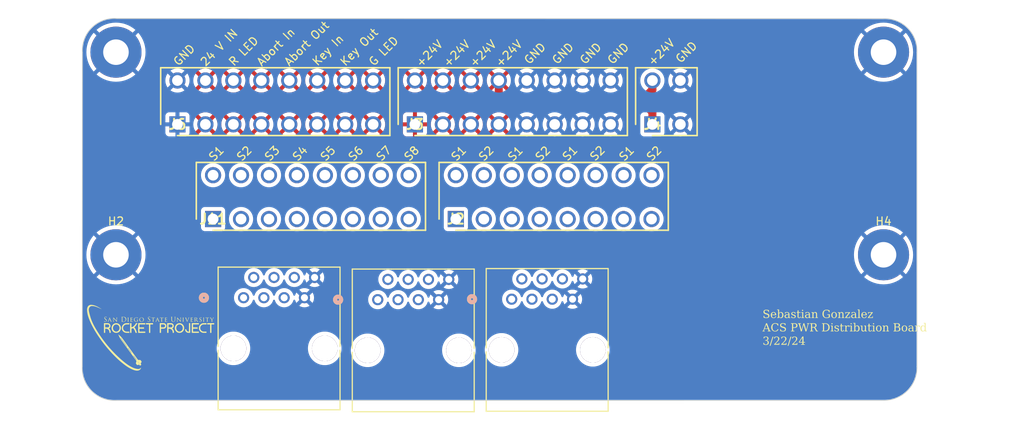
<source format=kicad_pcb>
(kicad_pcb (version 20221018) (generator pcbnew)
  (layers (0 "F.Cu" signal) (31 "B.Cu" power) (34 "B.Paste" user) (35 "F.Paste" user) (36 "B.SilkS" user "B.Silkscreen") (37 "F.SilkS" user "F.Silkscreen") (38 "B.Mask" user) (39 "F.Mask" user) (44 "Edge.Cuts" user))
  (net 0 "")
  (net 1 "Switch9")
  (net 2 "Switch10")
  (net 3 "Switch11")
  (net 4 "Switch12")
  (net 5 "Switch1")
  (net 6 "Switch2")
  (net 7 "Switch3")
  (net 8 "Switch7")
  (net 9 "Switch8")
  (net 10 "GND")
  (net 11 "Switch4")
  (net 12 "Switch5")
  (net 13 "Switch6")
  (net 14 "Switch13")
  (net 15 "Switch14")
  (net 16 "Switch15")
  (net 17 "Switch16")
  (net 20 "Abort In")
  (net 21 "Abort Out")
  (net 22 "+24V")
  (footprint "EthernetConn:CONN_MTJ-889X1_ADM" (layer "F.Cu") (at 138.7499 119.3146)
    (fp_text reference "J8" hide)
    (fp_text value "MTJ-889X1")
    (pad "1" thru_hole circle (at 0 0) (size 1.397 1.397) (drill 0.889) (layers "*.Cu" "*.Mask") (net 14 "Switch13"))
    (pad "2" thru_hole circle (at 1.27 -2.54) (size 1.397 1.397) (drill 0.889) (layers "*.Cu" "*.Mask") (net 15 "Switch14"))
    (pad "3" thru_hole circle (at 2.54 0) (size 1.397 1.397) (drill 0.889) (layers "*.Cu" "*.Mask") (net 16 "Switch15"))
    (pad "4" thru_hole circle (at 3.81 -2.54) (size 1.397 1.397) (drill 0.889) (layers "*.Cu" "*.Mask") (net 17 "Switch16"))
    (pad "5" thru_hole circle (at 5.08 0) (size 1.397 1.397) (drill 0.889) (layers "*.Cu" "*.Mask"))
    (pad "6" thru_hole circle (at 6.35 -2.54) (size 1.397 1.397) (drill 0.889) (layers "*.Cu" "*.Mask"))
    (pad "7" thru_hole circle (at 7.62 0) (size 1.397 1.397) (drill 0.889) (layers "*.Cu" "*.Mask") (net 10 "GND"))
    (pad "8" thru_hole circle (at 8.89 -2.54) (size 1.397 1.397) (drill 0.889) (layers "*.Cu" "*.Mask") (net 10 "GND"))
    (pad "9" thru_hole circle (at -1.27 6.35) (size 3.2004 3.2004) (drill 3.2004) (layers "*.Cu" "*.Mask"))
    (pad "10" thru_hole circle (at 10.16 6.35) (size 3.2004 3.2004) (drill 3.2004) (layers "*.Cu" "*.Mask"))
  )
  (footprint "MountingHole:MountingHole_3.2mm_M3_Pad_TopBottom" (layer "F.Cu") (at 185.31 113.75)
    (fp_text reference "H4" (at 0 -4.2) (layer "F.SilkS"))
    (fp_text value "MountingHole_Pad" hide)
    (pad "1" thru_hole circle (at 0 0) (size 3.6 3.6) (drill 3.2) (layers "*.Cu" "*.Mask") (net 10 "GND"))
    (pad "1" connect circle (at 0 0) (size 6.4 6.4) (layers "F.Cu" "F.Mask") (net 10 "GND"))
    (pad "1" connect circle (at 0 0) (size 6.4 6.4) (layers "B.Cu" "B.Mask") (net 10 "GND"))
  )
  (footprint "MountingHole:MountingHole_3.2mm_M3_Pad_TopBottom" (layer "F.Cu") (at 89.2 88.35)
    (fp_text reference "H1" hide)
    (fp_text value "MountingHole_Pad" hide)
    (pad "1" thru_hole circle (at 0 0) (size 3.6 3.6) (drill 3.2) (layers "*.Cu" "*.Mask") (net 10 "GND"))
    (pad "1" connect circle (at 0 0) (size 6.4 6.4) (layers "F.Cu" "F.Mask") (net 10 "GND"))
    (pad "1" connect circle (at 0 0) (size 6.4 6.4) (layers "B.Cu" "B.Mask") (net 10 "GND"))
  )
  (footprint "EthernetConn:CONN_MTJ-889X1_ADM" (layer "F.Cu") (at 105.18 119.13)
    (fp_text reference "J5" hide)
    (fp_text value "MTJ-889X1")
    (pad "1" thru_hole circle (at 0 0) (size 1.397 1.397) (drill 0.889) (layers "*.Cu" "*.Mask") (net 5 "Switch1"))
    (pad "2" thru_hole circle (at 1.27 -2.54) (size 1.397 1.397) (drill 0.889) (layers "*.Cu" "*.Mask") (net 6 "Switch2"))
    (pad "3" thru_hole circle (at 2.54 0) (size 1.397 1.397) (drill 0.889) (layers "*.Cu" "*.Mask") (net 7 "Switch3"))
    (pad "4" thru_hole circle (at 3.81 -2.54) (size 1.397 1.397) (drill 0.889) (layers "*.Cu" "*.Mask") (net 11 "Switch4"))
    (pad "5" thru_hole circle (at 5.08 0) (size 1.397 1.397) (drill 0.889) (layers "*.Cu" "*.Mask") (net 12 "Switch5"))
    (pad "6" thru_hole circle (at 6.35 -2.54) (size 1.397 1.397) (drill 0.889) (layers "*.Cu" "*.Mask") (net 13 "Switch6"))
    (pad "7" thru_hole circle (at 7.62 0) (size 1.397 1.397) (drill 0.889) (layers "*.Cu" "*.Mask") (net 10 "GND"))
    (pad "8" thru_hole circle (at 8.89 -2.54) (size 1.397 1.397) (drill 0.889) (layers "*.Cu" "*.Mask") (net 10 "GND"))
    (pad "9" thru_hole circle (at -1.27 6.35) (size 3.2004 3.2004) (drill 3.2004) (layers "*.Cu" "*.Mask"))
    (pad "10" thru_hole circle (at 10.16 6.35) (size 3.2004 3.2004) (drill 3.2004) (layers "*.Cu" "*.Mask"))
  )
  (footprint "TBLH10V-350-08BK:RHDR16W80P550X350_2X8_2870X850X1420P" (layer "F.Cu") (at 96.9 97.4)
    (fp_text reference "J6" (at 0 0) (layer "F.SilkS") (effects (font (size 1.27 1.27) (thickness 0.254))))
    (fp_text value "TBLH10V-350-08BK" hide)
    (pad "1" thru_hole rect (at 0 0) (size 2.025 2.025) (drill 1.35) (layers "*.Cu" "*.Mask") (net 10 "GND"))
    (pad "2" thru_hole circle (at 0 -5.5) (size 2.025 2.025) (drill 1.35) (layers "*.Cu" "*.Mask") (net 10 "GND"))
    (pad "3" thru_hole circle (at 3.5 0) (size 2.025 2.025) (drill 1.35) (layers "*.Cu" "*.Mask") (net 20 "Abort In"))
    (pad "4" thru_hole circle (at 3.5 -5.5) (size 2.025 2.025) (drill 1.35) (layers "*.Cu" "*.Mask") (net 20 "Abort In"))
    (pad "5" thru_hole circle (at 7 0) (size 2.025 2.025) (drill 1.35) (layers "*.Cu" "*.Mask") (net 20 "Abort In"))
    (pad "6" thru_hole circle (at 7 -5.5) (size 2.025 2.025) (drill 1.35) (layers "*.Cu" "*.Mask") (net 20 "Abort In"))
    (pad "7" thru_hole circle (at 10.5 0) (size 2.025 2.025) (drill 1.35) (layers "*.Cu" "*.Mask") (net 20 "Abort In"))
    (pad "8" thru_hole circle (at 10.5 -5.5) (size 2.025 2.025) (drill 1.35) (layers "*.Cu" "*.Mask") (net 20 "Abort In"))
    (pad "9" thru_hole circle (at 14 0) (size 2.025 2.025) (drill 1.35) (layers "*.Cu" "*.Mask") (net 21 "Abort Out"))
    (pad "10" thru_hole circle (at 14 -5.5) (size 2.025 2.025) (drill 1.35) (layers "*.Cu" "*.Mask") (net 21 "Abort Out"))
    (pad "11" thru_hole circle (at 17.5 0) (size 2.025 2.025) (drill 1.35) (layers "*.Cu" "*.Mask") (net 21 "Abort Out"))
    (pad "12" thru_hole circle (at 17.5 -5.5) (size 2.025 2.025) (drill 1.35) (layers "*.Cu" "*.Mask") (net 21 "Abort Out"))
    (pad "13" thru_hole circle (at 21 0) (size 2.025 2.025) (drill 1.35) (layers "*.Cu" "*.Mask") (net 22 "+24V"))
    (pad "14" thru_hole circle (at 21 -5.5) (size 2.025 2.025) (drill 1.35) (layers "*.Cu" "*.Mask") (net 22 "+24V"))
    (pad "15" thru_hole circle (at 24.5 0) (size 2.025 2.025) (drill 1.35) (layers "*.Cu" "*.Mask") (net 22 "+24V"))
    (pad "16" thru_hole circle (at 24.5 -5.5) (size 2.025 2.025) (drill 1.35) (layers "*.Cu" "*.Mask") (net 22 "+24V"))
  )
  (footprint "MountingHole:MountingHole_3.2mm_M3_Pad_TopBottom" (layer "F.Cu") (at 89.2 113.75)
    (fp_text reference "H2" (at 0 -4.2) (layer "F.SilkS"))
    (fp_text value "MountingHole_Pad" hide)
    (pad "1" thru_hole circle (at 0 0) (size 3.6 3.6) (drill 3.2) (layers "*.Cu" "*.Mask") (net 10 "GND"))
    (pad "1" connect circle (at 0 0) (size 6.4 6.4) (layers "F.Cu" "F.Mask") (net 10 "GND"))
    (pad "1" connect circle (at 0 0) (size 6.4 6.4) (layers "B.Cu" "B.Mask") (net 10 "GND"))
  )
  (footprint "TBLH10V-350-08BK:RHDR16W80P550X350_2X8_2870X850X1420P" (layer "F.Cu") (at 126.635 97.4)
    (fp_text reference "J3" (at 0 0) (layer "F.SilkS") (effects (font (size 1.27 1.27) (thickness 0.254))))
    (fp_text value "TBLH10V-350-08BK" hide)
    (pad "1" thru_hole rect (at 0 0) (size 2.025 2.025) (drill 1.35) (layers "*.Cu" "*.Mask") (net 22 "+24V"))
    (pad "2" thru_hole circle (at 0 -5.5) (size 2.025 2.025) (drill 1.35) (layers "*.Cu" "*.Mask") (net 22 "+24V"))
    (pad "3" thru_hole circle (at 3.5 0) (size 2.025 2.025) (drill 1.35) (layers "*.Cu" "*.Mask") (net 22 "+24V"))
    (pad "4" thru_hole circle (at 3.5 -5.5) (size 2.025 2.025) (drill 1.35) (layers "*.Cu" "*.Mask") (net 22 "+24V"))
    (pad "5" thru_hole circle (at 7 0) (size 2.025 2.025) (drill 1.35) (layers "*.Cu" "*.Mask") (net 22 "+24V"))
    (pad "6" thru_hole circle (at 7 -5.5) (size 2.025 2.025) (drill 1.35) (layers "*.Cu" "*.Mask") (net 22 "+24V"))
    (pad "7" thru_hole circle (at 10.5 0) (size 2.025 2.025) (drill 1.35) (layers "*.Cu" "*.Mask") (net 22 "+24V"))
    (pad "8" thru_hole circle (at 10.5 -5.5) (size 2.025 2.025) (drill 1.35) (layers "*.Cu" "*.Mask") (net 22 "+24V"))
    (pad "9" thru_hole circle (at 14 0) (size 2.025 2.025) (drill 1.35) (layers "*.Cu" "*.Mask") (net 10 "GND"))
    (pad "10" thru_hole circle (at 14 -5.5) (size 2.025 2.025) (drill 1.35) (layers "*.Cu" "*.Mask") (net 10 "GND"))
    (pad "11" thru_hole circle (at 17.5 0) (size 2.025 2.025) (drill 1.35) (layers "*.Cu" "*.Mask") (net 10 "GND"))
    (pad "12" thru_hole circle (at 17.5 -5.5) (size 2.025 2.025) (drill 1.35) (layers "*.Cu" "*.Mask") (net 10 "GND"))
    (pad "13" thru_hole circle (at 21 0) (size 2.025 2.025) (drill 1.35) (layers "*.Cu" "*.Mask") (net 10 "GND"))
    (pad "14" thru_hole circle (at 21 -5.5) (size 2.025 2.025) (drill 1.35) (layers "*.Cu" "*.Mask") (net 10 "GND"))
    (pad "15" thru_hole circle (at 24.5 0) (size 2.025 2.025) (drill 1.35) (layers "*.Cu" "*.Mask") (net 10 "GND"))
    (pad "16" thru_hole circle (at 24.5 -5.5) (size 2.025 2.025) (drill 1.35) (layers "*.Cu" "*.Mask") (net 10 "GND"))
  )
  (footprint "TBLH10V-350-08BK:RHDR16W80P550X350_2X8_2870X850X1420P" (layer "F.Cu") (at 101.36 109.27)
    (fp_text reference "J11" (at 0 0) (layer "F.SilkS") (effects (font (size 1.27 1.27) (thickness 0.254))))
    (fp_text value "TBLH10V-350-08BK" hide)
    (pad "1" thru_hole rect (at 0 0) (size 2.025 2.025) (drill 1.35) (layers "*.Cu" "*.Mask") (net 5 "Switch1"))
    (pad "2" thru_hole circle (at 0 -5.5) (size 2.025 2.025) (drill 1.35) (layers "*.Cu" "*.Mask") (net 5 "Switch1"))
    (pad "3" thru_hole circle (at 3.5 0) (size 2.025 2.025) (drill 1.35) (layers "*.Cu" "*.Mask") (net 6 "Switch2"))
    (pad "4" thru_hole circle (at 3.5 -5.5) (size 2.025 2.025) (drill 1.35) (layers "*.Cu" "*.Mask") (net 6 "Switch2"))
    (pad "5" thru_hole circle (at 7 0) (size 2.025 2.025) (drill 1.35) (layers "*.Cu" "*.Mask") (net 7 "Switch3"))
    (pad "6" thru_hole circle (at 7 -5.5) (size 2.025 2.025) (drill 1.35) (layers "*.Cu" "*.Mask") (net 7 "Switch3"))
    (pad "7" thru_hole circle (at 10.5 0) (size 2.025 2.025) (drill 1.35) (layers "*.Cu" "*.Mask") (net 11 "Switch4"))
    (pad "8" thru_hole circle (at 10.5 -5.5) (size 2.025 2.025) (drill 1.35) (layers "*.Cu" "*.Mask") (net 11 "Switch4"))
    (pad "9" thru_hole circle (at 14 0) (size 2.025 2.025) (drill 1.35) (layers "*.Cu" "*.Mask") (net 12 "Switch5"))
    (pad "10" thru_hole circle (at 14 -5.5) (size 2.025 2.025) (drill 1.35) (layers "*.Cu" "*.Mask") (net 12 "Switch5"))
    (pad "11" thru_hole circle (at 17.5 0) (size 2.025 2.025) (drill 1.35) (layers "*.Cu" "*.Mask") (net 13 "Switch6"))
    (pad "12" thru_hole circle (at 17.5 -5.5) (size 2.025 2.025) (drill 1.35) (layers "*.Cu" "*.Mask") (net 13 "Switch6"))
    (pad "13" thru_hole circle (at 21 0) (size 2.025 2.025) (drill 1.35) (layers "*.Cu" "*.Mask") (net 8 "Switch7"))
    (pad "14" thru_hole circle (at 21 -5.5) (size 2.025 2.025) (drill 1.35) (layers "*.Cu" "*.Mask") (net 8 "Switch7"))
    (pad "15" thru_hole circle (at 24.5 0) (size 2.025 2.025) (drill 1.35) (layers "*.Cu" "*.Mask") (net 9 "Switch8"))
    (pad "16" thru_hole circle (at 24.5 -5.5) (size 2.025 2.025) (drill 1.35) (layers "*.Cu" "*.Mask") (net 9 "Switch8"))
  )
  (footprint "TBLH10V-350-02BK:RHDR4W80P550X350_2X2_770X850X1420P" (layer "F.Cu") (at 156.37 97.4)
    (fp_text reference "J4" (at 0 0) (layer "F.SilkS") (effects (font (size 1.27 1.27) (thickness 0.254))))
    (fp_text value "TBLH10V-350-02BK" hide)
    (pad "1" thru_hole rect (at 0 0) (size 2.025 2.025) (drill 1.35) (layers "*.Cu" "*.Mask") (net 22 "+24V"))
    (pad "2" thru_hole circle (at 0 -5.5) (size 2.025 2.025) (drill 1.35) (layers "*.Cu" "*.Mask") (net 22 "+24V"))
    (pad "3" thru_hole circle (at 3.5 0) (size 2.025 2.025) (drill 1.35) (layers "*.Cu" "*.Mask") (net 10 "GND"))
    (pad "4" thru_hole circle (at 3.5 -5.5) (size 2.025 2.025) (drill 1.35) (layers "*.Cu" "*.Mask") (net 10 "GND"))
  )
  (footprint "TBLH10V-350-08BK:RHDR16W80P550X350_2X8_2870X850X1420P" (layer "F.Cu") (at 131.76 109.27)
    (fp_text reference "J2" (at 0 0) (layer "F.SilkS") (effects (font (size 1.27 1.27) (thickness 0.254))))
    (fp_text value "TBLH10V-350-08BK" hide)
    (pad "1" thru_hole rect (at 0 0) (size 2.025 2.025) (drill 1.35) (layers "*.Cu" "*.Mask") (net 1 "Switch9"))
    (pad "2" thru_hole circle (at 0 -5.5) (size 2.025 2.025) (drill 1.35) (layers "*.Cu" "*.Mask") (net 1 "Switch9"))
    (pad "3" thru_hole circle (at 3.5 0) (size 2.025 2.025) (drill 1.35) (layers "*.Cu" "*.Mask") (net 2 "Switch10"))
    (pad "4" thru_hole circle (at 3.5 -5.5) (size 2.025 2.025) (drill 1.35) (layers "*.Cu" "*.Mask") (net 2 "Switch10"))
    (pad "5" thru_hole circle (at 7 0) (size 2.025 2.025) (drill 1.35) (layers "*.Cu" "*.Mask") (net 3 "Switch11"))
    (pad "6" thru_hole circle (at 7 -5.5) (size 2.025 2.025) (drill 1.35) (layers "*.Cu" "*.Mask") (net 3 "Switch11"))
    (pad "7" thru_hole circle (at 10.5 0) (size 2.025 2.025) (drill 1.35) (layers "*.Cu" "*.Mask") (net 4 "Switch12"))
    (pad "8" thru_hole circle (at 10.5 -5.5) (size 2.025 2.025) (drill 1.35) (layers "*.Cu" "*.Mask") (net 4 "Switch12"))
    (pad "9" thru_hole circle (at 14 0) (size 2.025 2.025) (drill 1.35) (layers "*.Cu" "*.Mask") (net 14 "Switch13"))
    (pad "10" thru_hole circle (at 14 -5.5) (size 2.025 2.025) (drill 1.35) (layers "*.Cu" "*.Mask") (net 14 "Switch13"))
    (pad "11" thru_hole circle (at 17.5 0) (size 2.025 2.025) (drill 1.35) (layers "*.Cu" "*.Mask") (net 15 "Switch14"))
    (pad "12" thru_hole circle (at 17.5 -5.5) (size 2.025 2.025) (drill 1.35) (layers "*.Cu" "*.Mask") (net 15 "Switch14"))
    (pad "13" thru_hole circle (at 21 0) (size 2.025 2.025) (drill 1.35) (layers "*.Cu" "*.Mask") (net 16 "Switch15"))
    (pad "14" thru_hole circle (at 21 -5.5) (size 2.025 2.025) (drill 1.35) (layers "*.Cu" "*.Mask") (net 16 "Switch15"))
    (pad "15" thru_hole circle (at 24.5 0) (size 2.025 2.025) (drill 1.35) (layers "*.Cu" "*.Mask") (net 17 "Switch16"))
    (pad "16" thru_hole circle (at 24.5 -5.5) (size 2.025 2.025) (drill 1.35) (layers "*.Cu" "*.Mask") (net 17 "Switch16"))
  )
  (footprint "MountingHole:MountingHole_3.2mm_M3_Pad_TopBottom" (layer "F.Cu") (at 185.31 88.35)
    (fp_text reference "H3" hide)
    (fp_text value "MountingHole_Pad" hide)
    (pad "1" thru_hole circle (at 0 0) (size 3.6 3.6) (drill 3.2) (layers "*.Cu" "*.Mask") (net 10 "GND"))
    (pad "1" connect circle (at 0 0) (size 6.4 6.4) (layers "F.Cu" "F.Mask") (net 10 "GND"))
    (pad "1" connect circle (at 0 0) (size 6.4 6.4) (layers "B.Cu" "B.Mask") (net 10 "GND"))
  )
  (footprint "EthernetConn:CONN_MTJ-889X1_ADM" (layer "F.Cu") (at 121.9799 119.3746)
    (fp_text reference "J1" hide)
    (fp_text value "MTJ-889X1")
    (pad "1" thru_hole circle (at 0 0) (size 1.397 1.397) (drill 0.889) (layers "*.Cu" "*.Mask") (net 8 "Switch7"))
    (pad "2" thru_hole circle (at 1.27 -2.54) (size 1.397 1.397) (drill 0.889) (layers "*.Cu" "*.Mask") (net 9 "Switch8"))
    (pad "3" thru_hole circle (at 2.54 0) (size 1.397 1.397) (drill 0.889) (layers "*.Cu" "*.Mask") (net 1 "Switch9"))
    (pad "4" thru_hole circle (at 3.81 -2.54) (size 1.397 1.397) (drill 0.889) (layers "*.Cu" "*.Mask") (net 2 "Switch10"))
    (pad "5" thru_hole circle (at 5.08 0) (size 1.397 1.397) (drill 0.889) (layers "*.Cu" "*.Mask") (net 3 "Switch11"))
    (pad "6" thru_hole circle (at 6.35 -2.54) (size 1.397 1.397) (drill 0.889) (layers "*.Cu" "*.Mask") (net 4 "Switch12"))
    (pad "7" thru_hole circle (at 7.62 0) (size 1.397 1.397) (drill 0.889) (layers "*.Cu" "*.Mask") (net 10 "GND"))
    (pad "8" thru_hole circle (at 8.89 -2.54) (size 1.397 1.397) (drill 0.889) (layers "*.Cu" "*.Mask") (net 10 "GND"))
    (pad "9" thru_hole circle (at -1.27 6.35) (size 3.2004 3.2004) (drill 3.2004) (layers "*.Cu" "*.Mask"))
    (pad "10" thru_hole circle (at 10.16 6.35) (size 3.2004 3.2004) (drill 3.2004) (layers "*.Cu" "*.Mask"))
  )
  (footprint "LOGO" (layer "F.Cu") (at 93.54 124.15)
    (fp_text reference "G***" hide)
    (fp_text value "LOGO" hide)
  )
  (gr_line (start 189.5 127.75) (end 189.495224 88.399727) (stroke (width 0.1)) (layer "Edge.Cuts"))
  (gr_arc (start 89.25 131.999999) (mid 86.168716 130.824708) (end 84.979016 127.748959) (stroke (width 0.1)) (layer "Edge.Cuts"))
  (gr_line (start 89.282918 84.129411) (end 185.36 84.150001) (stroke (width 0.1)) (layer "Edge.Cuts"))
  (gr_arc (start 189.5 127.75) (mid 188.329675 130.748926) (end 185.36004 131.991699) (stroke (width 0.1)) (layer "Edge.Cuts"))
  (gr_line (start 84.979016 127.748959) (end 85.000001 88.4) (stroke (width 0.1)) (layer "Edge.Cuts"))
  (gr_line (start 89.25 132) (end 185.36004 131.991699) (stroke (width 0.1)) (layer "Edge.Cuts"))
  (gr_arc (start 85.000001 88.4) (mid 86.166203 85.286634) (end 89.282918 84.129411) (stroke (width 0.1)) (layer "Edge.Cuts"))
  (gr_arc (start 185.36 84.150001) (mid 188.362401 85.365261) (end 189.495224 88.399727) (stroke (width 0.1)) (layer "Edge.Cuts"))
  (gr_text "24 V IN" (at 100.4 90.31 45) (layer "F.SilkS") (effects (font (size 1 1)) (justify left bottom)))
  (gr_text "S4" (at 111.922855 102.21 45) (layer "F.SilkS") (effects (font (size 1 1)) (justify left bottom)))
  (gr_text "S7" (at 122.40571 102.21 45) (layer "F.SilkS") (effects (font (size 1 1)) (justify left bottom)))
  (gr_text "Key In" (at 114.42 90.26 45) (layer "F.SilkS") (effects (font (size 1 1)) (justify left bottom)))
  (gr_text "GND" (at 159.89 89.923282 45) (layer "F.SilkS") (effects (font (size 1 1)) (justify left bottom)))
  (gr_text "S1" (at 101.44 102.21 45) (layer "F.SilkS") (effects (font (size 1 1)) (justify left bottom)))
  (gr_text "S8" (at 125.9 102.21 45) (layer "F.SilkS") (effects (font (size 1 1)) (justify left bottom)))
  (gr_text "S3" (at 108.42857 102.21 45) (layer "F.SilkS") (effects (font (size 1 1)) (justify left bottom)))
  (gr_text "Key Out" (at 117.91 90.29 45) (layer "F.SilkS") (effects (font (size 1 1)) (justify left bottom)))
  (gr_text "S1" (at 145.72 102.19 45) (layer "F.SilkS") (effects (font (size 1 1)) (justify left bottom)))
  (gr_text "S5" (at 115.41714 102.21 45) (layer "F.SilkS") (effects (font (size 1 1)) (justify left bottom)))
  (gr_text "S2" (at 135.23 102.21 45) (layer "F.SilkS") (effects (font (size 1 1)) (justify left bottom)))
  (gr_text "S2" (at 149.16 102.19 45) (layer "F.SilkS") (effects (font (size 1 1)) (justify left bottom)))
  (gr_text "+24V" (at 130.779995 90.42 45) (layer "F.SilkS") (effects (font (size 1 1)) (justify left bottom)))
  (gr_text "R LED" (at 103.95 90.29 45) (layer "F.SilkS") (effects (font (size 1 1)) (justify left bottom)))
  (gr_text "S2" (at 142.32 102.23 45) (layer "F.SilkS") (effects (font (size 1 1)) (justify left bottom)))
  (gr_text "S6" (at 118.911425 102.21 45) (layer "F.SilkS") (effects (font (size 1 1)) (justify left bottom)))
  (gr_text "S1" (at 152.81 102.21 45) (layer "F.SilkS") (effects (font (size 1 1)) (justify left bottom)))
  (gr_text "GND" (at 144.43 90.083282 45) (layer "F.SilkS") (effects (font (size 1 1)) (justify left bottom)))
  (gr_text "S2" (at 104.934285 102.21 45) (layer "F.SilkS") (effects (font (size 1 1)) (justify left bottom)))
  (gr_text "Abort Out" (at 110.9 90.29 45) (layer "F.SilkS") (effects (font (size 1 1)) (justify left bottom)))
  (gr_text "GND" (at 151.36 90.083282 45) (layer "F.SilkS") (effects (font (size 1 1)) (justify left bottom)))
  (gr_text "GND" (at 147.91 90.083282 45) (layer "F.SilkS") (effects (font (size 1 1)) (justify left bottom)))
  (gr_text "+24V" (at 134.07 90.42 45) (layer "F.SilkS") (effects (font (size 1 1)) (justify left bottom)))
  (gr_text "+24V" (at 137.32 90.42 45) (layer "F.SilkS") (effects (font (size 1 1)) (justify left bottom)))
  (gr_text "Sebastian Gonzalez\nACS PWR Distribution Board\n3/22/24" (at 170.16 125.2) (layer "F.SilkS") (effects (font (size 1 1)) (justify left bottom)))
  (gr_text "+24V" (at 156.41 90.26 45) (layer "F.SilkS") (effects (font (size 1 1)) (justify left bottom)))
  (gr_text "GND" (at 97.01 90.28 45) (layer "F.SilkS") (effects (font (size 1 1)) (justify left bottom)))
  (gr_text "GND" (at 140.93 90.083282 45) (layer "F.SilkS") (effects (font (size 1 1)) (justify left bottom)))
  (gr_text "Abort In" (at 107.45 90.31 45) (layer "F.SilkS") (effects (font (size 1 1)) (justify left bottom)))
  (gr_text "+24V" (at 127.361011 90.42 45) (layer "F.SilkS") (effects (font (size 1 1)) (justify left bottom)))
  (gr_text "G LED" (at 121.48 90.29 45) (layer "F.SilkS") (effects (font (size 1 1)) (justify left bottom)))
  (gr_text "S2" (at 156.25 102.21 45) (layer "F.SilkS") (effects (font (size 1 1)) (justify left bottom)))
  (gr_text "S1" (at 138.88 102.23 45) (layer "F.SilkS") (effects (font (size 1 1)) (justify left bottom)))
  (gr_text "S1" (at 131.79 102.21 45) (layer "F.SilkS") (effects (font (size 1 1)) (justify left bottom)))
  (segment (start 137.13 91.905) (end 137.135 91.9) (width 1) (layer "F.Cu") (net 22))
  (segment (start 156.37 91.9) (end 156.37 93.064227) (width 1) (layer "F.Cu") (net 22))
  (segment (start 137.13 93.96) (end 137.13 91.905) (width 1) (layer "F.Cu") (net 22))
  (segment (start 155.07 94.56) (end 156.37 95.86) (width 1) (layer "F.Cu") (net 22))
  (segment (start 154.874227 94.56) (end 137.73 94.56) (width 1) (layer "F.Cu") (net 22))
  (segment (start 154.874227 94.56) (end 155.07 94.56) (width 1) (layer "F.Cu") (net 22))
  (segment (start 156.37 95.86) (end 156.37 97.4) (width 1) (layer "F.Cu") (net 22))
  (segment (start 156.37 93.064227) (end 154.874227 94.56) (width 1) (layer "F.Cu") (net 22))
  (segment (start 137.73 94.56) (end 137.13 93.96) (width 1) (layer "F.Cu") (net 22))
  (zone (net 22) (net_name "+24V") (layer "F.Cu") (priority 5) (connect_pads (clearance 0.5)) (min_thickness 0.25) (fill yes (thermal_gap 0.5) (thermal_bridge_width 0.5))
    (polygon (pts (xy 116.62 89.93) (xy 138.71 89.98) (xy 138.67 99.53) (xy 116.66 99.5) (xy 116.64 89.93)))
  )
  (zone (net 21) (net_name "Abort Out") (layer "F.Cu") (priority 4) (connect_pads (clearance 0.5)) (min_thickness 0.25) (fill yes (thermal_gap 0.5) (thermal_bridge_width 0.5))
    (polygon (pts (xy 115.930106 89.918455) (xy 115.930106 99.528455) (xy 109.570106 99.588455) (xy 109.69 89.94)))
  )
  (zone (net 20) (net_name "Abort In") (layer "F.Cu") (priority 1) (connect_pads (clearance 0.5)) (min_thickness 0.25) (fill yes (thermal_gap 0.5) (thermal_bridge_width 0.5))
    (polygon (pts (xy 108.67 89.88) (xy 108.67 99.45) (xy 98.84 99.48) (xy 98.81 89.91)))
  )
  (zone (net 10) (net_name "GND") (layer "B.Cu") (connect_pads (clearance 0.5)) (min_thickness 0.25) (fill yes (thermal_gap 0.5) (thermal_bridge_width 0.5))
    (polygon (pts (xy 202.91 81.81) (xy 201.96 137.99) (xy 74.68 137.99) (xy 75.88 81.81)))
  )
)
</source>
